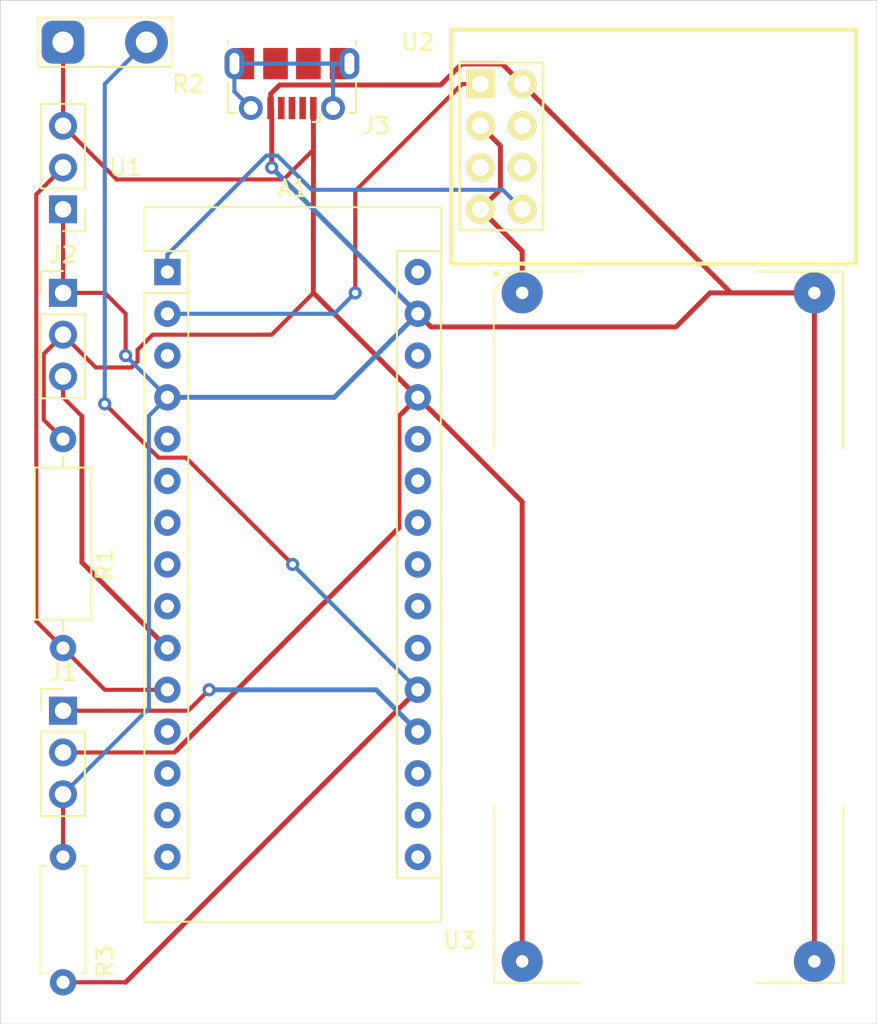
<source format=kicad_pcb>
(kicad_pcb (version 20171130) (host pcbnew "(5.1.5)-3")

  (general
    (thickness 1.6)
    (drawings 4)
    (tracks 126)
    (zones 0)
    (modules 10)
    (nets 38)
  )

  (page A4)
  (layers
    (0 F.Cu signal)
    (31 B.Cu signal)
    (32 B.Adhes user hide)
    (33 F.Adhes user hide)
    (34 B.Paste user hide)
    (35 F.Paste user hide)
    (36 B.SilkS user)
    (37 F.SilkS user)
    (38 B.Mask user)
    (39 F.Mask user)
    (40 Dwgs.User user)
    (41 Cmts.User user)
    (42 Eco1.User user)
    (43 Eco2.User user)
    (44 Edge.Cuts user)
    (45 Margin user)
    (46 B.CrtYd user)
    (47 F.CrtYd user)
    (48 B.Fab user)
    (49 F.Fab user)
  )

  (setup
    (last_trace_width 0.25)
    (user_trace_width 0.3)
    (trace_clearance 0.2)
    (zone_clearance 0.508)
    (zone_45_only no)
    (trace_min 0.2)
    (via_size 0.8)
    (via_drill 0.4)
    (via_min_size 0.4)
    (via_min_drill 0.3)
    (uvia_size 0.3)
    (uvia_drill 0.1)
    (uvias_allowed no)
    (uvia_min_size 0.2)
    (uvia_min_drill 0.1)
    (edge_width 0.05)
    (segment_width 0.2)
    (pcb_text_width 0.3)
    (pcb_text_size 1.5 1.5)
    (mod_edge_width 0.12)
    (mod_text_size 1 1)
    (mod_text_width 0.15)
    (pad_size 1.524 1.524)
    (pad_drill 0.762)
    (pad_to_mask_clearance 0.051)
    (solder_mask_min_width 0.25)
    (aux_axis_origin 0 0)
    (visible_elements 7FFFFFFF)
    (pcbplotparams
      (layerselection 0x010f0_ffffffff)
      (usegerberextensions false)
      (usegerberattributes false)
      (usegerberadvancedattributes false)
      (creategerberjobfile false)
      (excludeedgelayer true)
      (linewidth 0.100000)
      (plotframeref false)
      (viasonmask false)
      (mode 1)
      (useauxorigin false)
      (hpglpennumber 1)
      (hpglpenspeed 20)
      (hpglpendiameter 15.000000)
      (psnegative false)
      (psa4output false)
      (plotreference true)
      (plotvalue true)
      (plotinvisibletext false)
      (padsonsilk false)
      (subtractmaskfromsilk false)
      (outputformat 1)
      (mirror false)
      (drillshape 0)
      (scaleselection 1)
      (outputdirectory "gerbers/"))
  )

  (net 0 "")
  (net 1 D1)
  (net 2 "Net-(A1-Pad17)")
  (net 3 D0)
  (net 4 "Net-(A1-Pad18)")
  (net 5 "Net-(A1-Pad3)")
  (net 6 A0)
  (net 7 GND)
  (net 8 A1)
  (net 9 "Net-(A1-Pad5)")
  (net 10 "Net-(A1-Pad21)")
  (net 11 "Net-(A1-Pad6)")
  (net 12 "Net-(A1-Pad22)")
  (net 13 "Net-(A1-Pad7)")
  (net 14 "Net-(A1-Pad23)")
  (net 15 "Net-(A1-Pad8)")
  (net 16 "Net-(A1-Pad24)")
  (net 17 "Net-(A1-Pad9)")
  (net 18 "Net-(A1-Pad25)")
  (net 19 D7)
  (net 20 "Net-(A1-Pad26)")
  (net 21 D8)
  (net 22 +5V)
  (net 23 "Net-(A1-Pad12)")
  (net 24 "Net-(A1-Pad28)")
  (net 25 "Net-(A1-Pad13)")
  (net 26 "Net-(A1-Pad14)")
  (net 27 "Net-(A1-Pad30)")
  (net 28 "Net-(A1-Pad15)")
  (net 29 "Net-(A1-Pad16)")
  (net 30 "Net-(J3-Pad6)")
  (net 31 "Net-(J3-Pad2)")
  (net 32 "Net-(J3-Pad4)")
  (net 33 "Net-(J3-Pad3)")
  (net 34 +3V3)
  (net 35 "Net-(U2-Pad4)")
  (net 36 "Net-(U2-Pad5)")
  (net 37 "Net-(U2-Pad6)")

  (net_class Default "This is the default net class."
    (clearance 0.2)
    (trace_width 0.25)
    (via_dia 0.8)
    (via_drill 0.4)
    (uvia_dia 0.3)
    (uvia_drill 0.1)
    (add_net +3V3)
    (add_net +5V)
    (add_net A0)
    (add_net A1)
    (add_net D0)
    (add_net D1)
    (add_net D7)
    (add_net D8)
    (add_net GND)
    (add_net "Net-(A1-Pad12)")
    (add_net "Net-(A1-Pad13)")
    (add_net "Net-(A1-Pad14)")
    (add_net "Net-(A1-Pad15)")
    (add_net "Net-(A1-Pad16)")
    (add_net "Net-(A1-Pad17)")
    (add_net "Net-(A1-Pad18)")
    (add_net "Net-(A1-Pad21)")
    (add_net "Net-(A1-Pad22)")
    (add_net "Net-(A1-Pad23)")
    (add_net "Net-(A1-Pad24)")
    (add_net "Net-(A1-Pad25)")
    (add_net "Net-(A1-Pad26)")
    (add_net "Net-(A1-Pad28)")
    (add_net "Net-(A1-Pad3)")
    (add_net "Net-(A1-Pad30)")
    (add_net "Net-(A1-Pad5)")
    (add_net "Net-(A1-Pad6)")
    (add_net "Net-(A1-Pad7)")
    (add_net "Net-(A1-Pad8)")
    (add_net "Net-(A1-Pad9)")
    (add_net "Net-(J3-Pad2)")
    (add_net "Net-(J3-Pad3)")
    (add_net "Net-(J3-Pad4)")
    (add_net "Net-(J3-Pad6)")
    (add_net "Net-(U2-Pad4)")
    (add_net "Net-(U2-Pad5)")
    (add_net "Net-(U2-Pad6)")
  )

  (module Connector_PinHeader_2.54mm:PinHeader_1x03_P2.54mm_Vertical (layer F.Cu) (tedit 59FED5CC) (tstamp 5EB972CE)
    (at 95.25 54.61 180)
    (descr "Through hole straight pin header, 1x03, 2.54mm pitch, single row")
    (tags "Through hole pin header THT 1x03 2.54mm single row")
    (path /5EB91EA2)
    (fp_text reference U1 (at -3.81 2.54) (layer F.SilkS)
      (effects (font (size 1 1) (thickness 0.15)))
    )
    (fp_text value DS18B20 (at 2.54 3.81 90) (layer F.Fab)
      (effects (font (size 1 1) (thickness 0.15)))
    )
    (fp_text user %R (at 0 2.54 90) (layer F.Fab)
      (effects (font (size 1 1) (thickness 0.15)))
    )
    (fp_line (start 1.8 -1.8) (end -1.8 -1.8) (layer F.CrtYd) (width 0.05))
    (fp_line (start 1.8 6.85) (end 1.8 -1.8) (layer F.CrtYd) (width 0.05))
    (fp_line (start -1.8 6.85) (end 1.8 6.85) (layer F.CrtYd) (width 0.05))
    (fp_line (start -1.8 -1.8) (end -1.8 6.85) (layer F.CrtYd) (width 0.05))
    (fp_line (start -1.33 -1.33) (end 0 -1.33) (layer F.SilkS) (width 0.12))
    (fp_line (start -1.33 0) (end -1.33 -1.33) (layer F.SilkS) (width 0.12))
    (fp_line (start -1.33 1.27) (end 1.33 1.27) (layer F.SilkS) (width 0.12))
    (fp_line (start 1.33 1.27) (end 1.33 6.41) (layer F.SilkS) (width 0.12))
    (fp_line (start -1.33 1.27) (end -1.33 6.41) (layer F.SilkS) (width 0.12))
    (fp_line (start -1.33 6.41) (end 1.33 6.41) (layer F.SilkS) (width 0.12))
    (fp_line (start -1.27 -0.635) (end -0.635 -1.27) (layer F.Fab) (width 0.1))
    (fp_line (start -1.27 6.35) (end -1.27 -0.635) (layer F.Fab) (width 0.1))
    (fp_line (start 1.27 6.35) (end -1.27 6.35) (layer F.Fab) (width 0.1))
    (fp_line (start 1.27 -1.27) (end 1.27 6.35) (layer F.Fab) (width 0.1))
    (fp_line (start -0.635 -1.27) (end 1.27 -1.27) (layer F.Fab) (width 0.1))
    (pad 3 thru_hole oval (at 0 5.08 180) (size 1.7 1.7) (drill 1) (layers *.Cu *.Mask)
      (net 22 +5V))
    (pad 2 thru_hole oval (at 0 2.54 180) (size 1.7 1.7) (drill 1) (layers *.Cu *.Mask)
      (net 21 D8))
    (pad 1 thru_hole rect (at 0 0 180) (size 1.7 1.7) (drill 1) (layers *.Cu *.Mask)
      (net 7 GND))
    (model ${KISYS3DMOD}/Connector_PinHeader_2.54mm.3dshapes/PinHeader_1x03_P2.54mm_Vertical.wrl
      (at (xyz 0 0 0))
      (scale (xyz 1 1 1))
      (rotate (xyz 0 0 0))
    )
  )

  (module Resistor_THT:R_Axial_DIN0309_L9.0mm_D3.2mm_P12.70mm_Horizontal (layer F.Cu) (tedit 5AE5139B) (tstamp 5EB97295)
    (at 95.25 68.58 270)
    (descr "Resistor, Axial_DIN0309 series, Axial, Horizontal, pin pitch=12.7mm, 0.5W = 1/2W, length*diameter=9*3.2mm^2, http://cdn-reichelt.de/documents/datenblatt/B400/1_4W%23YAG.pdf")
    (tags "Resistor Axial_DIN0309 series Axial Horizontal pin pitch 12.7mm 0.5W = 1/2W length 9mm diameter 3.2mm")
    (path /5EB98485)
    (fp_text reference R1 (at 7.62 -2.54 90) (layer F.SilkS)
      (effects (font (size 1 1) (thickness 0.15)))
    )
    (fp_text value 4.7k (at 3.81 -2.54 90) (layer F.Fab)
      (effects (font (size 1 1) (thickness 0.15)))
    )
    (fp_text user %R (at 6.35 0 90) (layer F.Fab)
      (effects (font (size 1 1) (thickness 0.15)))
    )
    (fp_line (start 13.75 -1.85) (end -1.05 -1.85) (layer F.CrtYd) (width 0.05))
    (fp_line (start 13.75 1.85) (end 13.75 -1.85) (layer F.CrtYd) (width 0.05))
    (fp_line (start -1.05 1.85) (end 13.75 1.85) (layer F.CrtYd) (width 0.05))
    (fp_line (start -1.05 -1.85) (end -1.05 1.85) (layer F.CrtYd) (width 0.05))
    (fp_line (start 11.66 0) (end 10.97 0) (layer F.SilkS) (width 0.12))
    (fp_line (start 1.04 0) (end 1.73 0) (layer F.SilkS) (width 0.12))
    (fp_line (start 10.97 -1.72) (end 1.73 -1.72) (layer F.SilkS) (width 0.12))
    (fp_line (start 10.97 1.72) (end 10.97 -1.72) (layer F.SilkS) (width 0.12))
    (fp_line (start 1.73 1.72) (end 10.97 1.72) (layer F.SilkS) (width 0.12))
    (fp_line (start 1.73 -1.72) (end 1.73 1.72) (layer F.SilkS) (width 0.12))
    (fp_line (start 12.7 0) (end 10.85 0) (layer F.Fab) (width 0.1))
    (fp_line (start 0 0) (end 1.85 0) (layer F.Fab) (width 0.1))
    (fp_line (start 10.85 -1.6) (end 1.85 -1.6) (layer F.Fab) (width 0.1))
    (fp_line (start 10.85 1.6) (end 10.85 -1.6) (layer F.Fab) (width 0.1))
    (fp_line (start 1.85 1.6) (end 10.85 1.6) (layer F.Fab) (width 0.1))
    (fp_line (start 1.85 -1.6) (end 1.85 1.6) (layer F.Fab) (width 0.1))
    (pad 2 thru_hole oval (at 12.7 0 270) (size 1.6 1.6) (drill 0.8) (layers *.Cu *.Mask)
      (net 21 D8))
    (pad 1 thru_hole circle (at 0 0 270) (size 1.6 1.6) (drill 0.8) (layers *.Cu *.Mask)
      (net 22 +5V))
    (model ${KISYS3DMOD}/Resistor_THT.3dshapes/R_Axial_DIN0309_L9.0mm_D3.2mm_P12.70mm_Horizontal.wrl
      (at (xyz 0 0 0))
      (scale (xyz 1 1 1))
      (rotate (xyz 0 0 0))
    )
  )

  (module Module:Arduino_Nano (layer F.Cu) (tedit 58ACAF70) (tstamp 5EB97227)
    (at 101.6 58.42)
    (descr "Arduino Nano, http://www.mouser.com/pdfdocs/Gravitech_Arduino_Nano3_0.pdf")
    (tags "Arduino Nano")
    (path /5EB82F4D)
    (fp_text reference A1 (at 7.62 -5.08) (layer F.SilkS)
      (effects (font (size 1 1) (thickness 0.15)))
    )
    (fp_text value Arduino_Nano_v3.x (at 8.89 19.05 90) (layer F.Fab)
      (effects (font (size 1 1) (thickness 0.15)))
    )
    (fp_text user %R (at 6.35 19.05 90) (layer F.Fab)
      (effects (font (size 1 1) (thickness 0.15)))
    )
    (fp_line (start 1.27 1.27) (end 1.27 -1.27) (layer F.SilkS) (width 0.12))
    (fp_line (start 1.27 -1.27) (end -1.4 -1.27) (layer F.SilkS) (width 0.12))
    (fp_line (start -1.4 1.27) (end -1.4 39.5) (layer F.SilkS) (width 0.12))
    (fp_line (start -1.4 -3.94) (end -1.4 -1.27) (layer F.SilkS) (width 0.12))
    (fp_line (start 13.97 -1.27) (end 16.64 -1.27) (layer F.SilkS) (width 0.12))
    (fp_line (start 13.97 -1.27) (end 13.97 36.83) (layer F.SilkS) (width 0.12))
    (fp_line (start 13.97 36.83) (end 16.64 36.83) (layer F.SilkS) (width 0.12))
    (fp_line (start 1.27 1.27) (end -1.4 1.27) (layer F.SilkS) (width 0.12))
    (fp_line (start 1.27 1.27) (end 1.27 36.83) (layer F.SilkS) (width 0.12))
    (fp_line (start 1.27 36.83) (end -1.4 36.83) (layer F.SilkS) (width 0.12))
    (fp_line (start 3.81 31.75) (end 11.43 31.75) (layer F.Fab) (width 0.1))
    (fp_line (start 11.43 31.75) (end 11.43 41.91) (layer F.Fab) (width 0.1))
    (fp_line (start 11.43 41.91) (end 3.81 41.91) (layer F.Fab) (width 0.1))
    (fp_line (start 3.81 41.91) (end 3.81 31.75) (layer F.Fab) (width 0.1))
    (fp_line (start -1.4 39.5) (end 16.64 39.5) (layer F.SilkS) (width 0.12))
    (fp_line (start 16.64 39.5) (end 16.64 -3.94) (layer F.SilkS) (width 0.12))
    (fp_line (start 16.64 -3.94) (end -1.4 -3.94) (layer F.SilkS) (width 0.12))
    (fp_line (start 16.51 39.37) (end -1.27 39.37) (layer F.Fab) (width 0.1))
    (fp_line (start -1.27 39.37) (end -1.27 -2.54) (layer F.Fab) (width 0.1))
    (fp_line (start -1.27 -2.54) (end 0 -3.81) (layer F.Fab) (width 0.1))
    (fp_line (start 0 -3.81) (end 16.51 -3.81) (layer F.Fab) (width 0.1))
    (fp_line (start 16.51 -3.81) (end 16.51 39.37) (layer F.Fab) (width 0.1))
    (fp_line (start -1.53 -4.06) (end 16.75 -4.06) (layer F.CrtYd) (width 0.05))
    (fp_line (start -1.53 -4.06) (end -1.53 42.16) (layer F.CrtYd) (width 0.05))
    (fp_line (start 16.75 42.16) (end 16.75 -4.06) (layer F.CrtYd) (width 0.05))
    (fp_line (start 16.75 42.16) (end -1.53 42.16) (layer F.CrtYd) (width 0.05))
    (pad 1 thru_hole rect (at 0 0) (size 1.6 1.6) (drill 0.8) (layers *.Cu *.Mask)
      (net 1 D1))
    (pad 17 thru_hole oval (at 15.24 33.02) (size 1.6 1.6) (drill 0.8) (layers *.Cu *.Mask)
      (net 2 "Net-(A1-Pad17)"))
    (pad 2 thru_hole oval (at 0 2.54) (size 1.6 1.6) (drill 0.8) (layers *.Cu *.Mask)
      (net 3 D0))
    (pad 18 thru_hole oval (at 15.24 30.48) (size 1.6 1.6) (drill 0.8) (layers *.Cu *.Mask)
      (net 4 "Net-(A1-Pad18)"))
    (pad 3 thru_hole oval (at 0 5.08) (size 1.6 1.6) (drill 0.8) (layers *.Cu *.Mask)
      (net 5 "Net-(A1-Pad3)"))
    (pad 19 thru_hole oval (at 15.24 27.94) (size 1.6 1.6) (drill 0.8) (layers *.Cu *.Mask)
      (net 6 A0))
    (pad 4 thru_hole oval (at 0 7.62) (size 1.6 1.6) (drill 0.8) (layers *.Cu *.Mask)
      (net 7 GND))
    (pad 20 thru_hole oval (at 15.24 25.4) (size 1.6 1.6) (drill 0.8) (layers *.Cu *.Mask)
      (net 8 A1))
    (pad 5 thru_hole oval (at 0 10.16) (size 1.6 1.6) (drill 0.8) (layers *.Cu *.Mask)
      (net 9 "Net-(A1-Pad5)"))
    (pad 21 thru_hole oval (at 15.24 22.86) (size 1.6 1.6) (drill 0.8) (layers *.Cu *.Mask)
      (net 10 "Net-(A1-Pad21)"))
    (pad 6 thru_hole oval (at 0 12.7) (size 1.6 1.6) (drill 0.8) (layers *.Cu *.Mask)
      (net 11 "Net-(A1-Pad6)"))
    (pad 22 thru_hole oval (at 15.24 20.32) (size 1.6 1.6) (drill 0.8) (layers *.Cu *.Mask)
      (net 12 "Net-(A1-Pad22)"))
    (pad 7 thru_hole oval (at 0 15.24) (size 1.6 1.6) (drill 0.8) (layers *.Cu *.Mask)
      (net 13 "Net-(A1-Pad7)"))
    (pad 23 thru_hole oval (at 15.24 17.78) (size 1.6 1.6) (drill 0.8) (layers *.Cu *.Mask)
      (net 14 "Net-(A1-Pad23)"))
    (pad 8 thru_hole oval (at 0 17.78) (size 1.6 1.6) (drill 0.8) (layers *.Cu *.Mask)
      (net 15 "Net-(A1-Pad8)"))
    (pad 24 thru_hole oval (at 15.24 15.24) (size 1.6 1.6) (drill 0.8) (layers *.Cu *.Mask)
      (net 16 "Net-(A1-Pad24)"))
    (pad 9 thru_hole oval (at 0 20.32) (size 1.6 1.6) (drill 0.8) (layers *.Cu *.Mask)
      (net 17 "Net-(A1-Pad9)"))
    (pad 25 thru_hole oval (at 15.24 12.7) (size 1.6 1.6) (drill 0.8) (layers *.Cu *.Mask)
      (net 18 "Net-(A1-Pad25)"))
    (pad 10 thru_hole oval (at 0 22.86) (size 1.6 1.6) (drill 0.8) (layers *.Cu *.Mask)
      (net 19 D7))
    (pad 26 thru_hole oval (at 15.24 10.16) (size 1.6 1.6) (drill 0.8) (layers *.Cu *.Mask)
      (net 20 "Net-(A1-Pad26)"))
    (pad 11 thru_hole oval (at 0 25.4) (size 1.6 1.6) (drill 0.8) (layers *.Cu *.Mask)
      (net 21 D8))
    (pad 27 thru_hole oval (at 15.24 7.62) (size 1.6 1.6) (drill 0.8) (layers *.Cu *.Mask)
      (net 22 +5V))
    (pad 12 thru_hole oval (at 0 27.94) (size 1.6 1.6) (drill 0.8) (layers *.Cu *.Mask)
      (net 23 "Net-(A1-Pad12)"))
    (pad 28 thru_hole oval (at 15.24 5.08) (size 1.6 1.6) (drill 0.8) (layers *.Cu *.Mask)
      (net 24 "Net-(A1-Pad28)"))
    (pad 13 thru_hole oval (at 0 30.48) (size 1.6 1.6) (drill 0.8) (layers *.Cu *.Mask)
      (net 25 "Net-(A1-Pad13)"))
    (pad 29 thru_hole oval (at 15.24 2.54) (size 1.6 1.6) (drill 0.8) (layers *.Cu *.Mask)
      (net 7 GND))
    (pad 14 thru_hole oval (at 0 33.02) (size 1.6 1.6) (drill 0.8) (layers *.Cu *.Mask)
      (net 26 "Net-(A1-Pad14)"))
    (pad 30 thru_hole oval (at 15.24 0) (size 1.6 1.6) (drill 0.8) (layers *.Cu *.Mask)
      (net 27 "Net-(A1-Pad30)"))
    (pad 15 thru_hole oval (at 0 35.56) (size 1.6 1.6) (drill 0.8) (layers *.Cu *.Mask)
      (net 28 "Net-(A1-Pad15)"))
    (pad 16 thru_hole oval (at 15.24 35.56) (size 1.6 1.6) (drill 0.8) (layers *.Cu *.Mask)
      (net 29 "Net-(A1-Pad16)"))
    (model ${KISYS3DMOD}/Module.3dshapes/Arduino_Nano_WithMountingHoles.wrl
      (at (xyz 0 0 0))
      (scale (xyz 1 1 1))
      (rotate (xyz 0 0 0))
    )
  )

  (module Connector_PinHeader_2.54mm:PinHeader_1x03_P2.54mm_Vertical (layer F.Cu) (tedit 59FED5CC) (tstamp 5EB9723E)
    (at 95.25 85.09)
    (descr "Through hole straight pin header, 1x03, 2.54mm pitch, single row")
    (tags "Through hole pin header THT 1x03 2.54mm single row")
    (path /5EBE9631)
    (fp_text reference J1 (at 0 -2.33) (layer F.SilkS)
      (effects (font (size 1 1) (thickness 0.15)))
    )
    (fp_text value "Soil Moisture" (at 2.54 2.54 90) (layer F.Fab)
      (effects (font (size 1 1) (thickness 0.15)))
    )
    (fp_line (start -0.635 -1.27) (end 1.27 -1.27) (layer F.Fab) (width 0.1))
    (fp_line (start 1.27 -1.27) (end 1.27 6.35) (layer F.Fab) (width 0.1))
    (fp_line (start 1.27 6.35) (end -1.27 6.35) (layer F.Fab) (width 0.1))
    (fp_line (start -1.27 6.35) (end -1.27 -0.635) (layer F.Fab) (width 0.1))
    (fp_line (start -1.27 -0.635) (end -0.635 -1.27) (layer F.Fab) (width 0.1))
    (fp_line (start -1.33 6.41) (end 1.33 6.41) (layer F.SilkS) (width 0.12))
    (fp_line (start -1.33 1.27) (end -1.33 6.41) (layer F.SilkS) (width 0.12))
    (fp_line (start 1.33 1.27) (end 1.33 6.41) (layer F.SilkS) (width 0.12))
    (fp_line (start -1.33 1.27) (end 1.33 1.27) (layer F.SilkS) (width 0.12))
    (fp_line (start -1.33 0) (end -1.33 -1.33) (layer F.SilkS) (width 0.12))
    (fp_line (start -1.33 -1.33) (end 0 -1.33) (layer F.SilkS) (width 0.12))
    (fp_line (start -1.8 -1.8) (end -1.8 6.85) (layer F.CrtYd) (width 0.05))
    (fp_line (start -1.8 6.85) (end 1.8 6.85) (layer F.CrtYd) (width 0.05))
    (fp_line (start 1.8 6.85) (end 1.8 -1.8) (layer F.CrtYd) (width 0.05))
    (fp_line (start 1.8 -1.8) (end -1.8 -1.8) (layer F.CrtYd) (width 0.05))
    (fp_text user %R (at 0 2.54 90) (layer F.Fab)
      (effects (font (size 1 1) (thickness 0.15)))
    )
    (pad 1 thru_hole rect (at 0 0) (size 1.7 1.7) (drill 1) (layers *.Cu *.Mask)
      (net 6 A0))
    (pad 2 thru_hole oval (at 0 2.54) (size 1.7 1.7) (drill 1) (layers *.Cu *.Mask)
      (net 22 +5V))
    (pad 3 thru_hole oval (at 0 5.08) (size 1.7 1.7) (drill 1) (layers *.Cu *.Mask)
      (net 7 GND))
    (model ${KISYS3DMOD}/Connector_PinHeader_2.54mm.3dshapes/PinHeader_1x03_P2.54mm_Vertical.wrl
      (at (xyz 0 0 0))
      (scale (xyz 1 1 1))
      (rotate (xyz 0 0 0))
    )
  )

  (module Connector_PinHeader_2.54mm:PinHeader_1x03_P2.54mm_Vertical (layer F.Cu) (tedit 59FED5CC) (tstamp 5EB97255)
    (at 95.25 59.69)
    (descr "Through hole straight pin header, 1x03, 2.54mm pitch, single row")
    (tags "Through hole pin header THT 1x03 2.54mm single row")
    (path /5EB91891)
    (fp_text reference J2 (at 0 -2.33) (layer F.SilkS)
      (effects (font (size 1 1) (thickness 0.15)))
    )
    (fp_text value DHT (at 0 7.41) (layer F.Fab)
      (effects (font (size 1 1) (thickness 0.15)))
    )
    (fp_text user %R (at 0 2.54 90) (layer F.Fab)
      (effects (font (size 1 1) (thickness 0.15)))
    )
    (fp_line (start 1.8 -1.8) (end -1.8 -1.8) (layer F.CrtYd) (width 0.05))
    (fp_line (start 1.8 6.85) (end 1.8 -1.8) (layer F.CrtYd) (width 0.05))
    (fp_line (start -1.8 6.85) (end 1.8 6.85) (layer F.CrtYd) (width 0.05))
    (fp_line (start -1.8 -1.8) (end -1.8 6.85) (layer F.CrtYd) (width 0.05))
    (fp_line (start -1.33 -1.33) (end 0 -1.33) (layer F.SilkS) (width 0.12))
    (fp_line (start -1.33 0) (end -1.33 -1.33) (layer F.SilkS) (width 0.12))
    (fp_line (start -1.33 1.27) (end 1.33 1.27) (layer F.SilkS) (width 0.12))
    (fp_line (start 1.33 1.27) (end 1.33 6.41) (layer F.SilkS) (width 0.12))
    (fp_line (start -1.33 1.27) (end -1.33 6.41) (layer F.SilkS) (width 0.12))
    (fp_line (start -1.33 6.41) (end 1.33 6.41) (layer F.SilkS) (width 0.12))
    (fp_line (start -1.27 -0.635) (end -0.635 -1.27) (layer F.Fab) (width 0.1))
    (fp_line (start -1.27 6.35) (end -1.27 -0.635) (layer F.Fab) (width 0.1))
    (fp_line (start 1.27 6.35) (end -1.27 6.35) (layer F.Fab) (width 0.1))
    (fp_line (start 1.27 -1.27) (end 1.27 6.35) (layer F.Fab) (width 0.1))
    (fp_line (start -0.635 -1.27) (end 1.27 -1.27) (layer F.Fab) (width 0.1))
    (pad 3 thru_hole oval (at 0 5.08) (size 1.7 1.7) (drill 1) (layers *.Cu *.Mask)
      (net 19 D7))
    (pad 2 thru_hole oval (at 0 2.54) (size 1.7 1.7) (drill 1) (layers *.Cu *.Mask)
      (net 22 +5V))
    (pad 1 thru_hole rect (at 0 0) (size 1.7 1.7) (drill 1) (layers *.Cu *.Mask)
      (net 7 GND))
    (model ${KISYS3DMOD}/Connector_PinHeader_2.54mm.3dshapes/PinHeader_1x03_P2.54mm_Vertical.wrl
      (at (xyz 0 0 0))
      (scale (xyz 1 1 1))
      (rotate (xyz 0 0 0))
    )
  )

  (module Connector_USB:USB_Micro-B_Molex-105017-0001 (layer F.Cu) (tedit 5A1DC0BE) (tstamp 5EB9727E)
    (at 109.18 46.99 180)
    (descr http://www.molex.com/pdm_docs/sd/1050170001_sd.pdf)
    (tags "Micro-USB SMD Typ-B")
    (path /5EBA5954)
    (attr smd)
    (fp_text reference J3 (at -5.12 -2.54) (layer F.SilkS)
      (effects (font (size 1 1) (thickness 0.15)))
    )
    (fp_text value USB_B_Micro (at -0.04 -3.81) (layer F.Fab)
      (effects (font (size 1 1) (thickness 0.15)))
    )
    (fp_text user "PCB Edge" (at 0 2.6875) (layer Dwgs.User)
      (effects (font (size 0.5 0.5) (thickness 0.08)))
    )
    (fp_text user %R (at 0 0.8875) (layer F.Fab)
      (effects (font (size 1 1) (thickness 0.15)))
    )
    (fp_line (start -4.4 3.64) (end 4.4 3.64) (layer F.CrtYd) (width 0.05))
    (fp_line (start 4.4 -2.46) (end 4.4 3.64) (layer F.CrtYd) (width 0.05))
    (fp_line (start -4.4 -2.46) (end 4.4 -2.46) (layer F.CrtYd) (width 0.05))
    (fp_line (start -4.4 3.64) (end -4.4 -2.46) (layer F.CrtYd) (width 0.05))
    (fp_line (start -3.9 -1.7625) (end -3.45 -1.7625) (layer F.SilkS) (width 0.12))
    (fp_line (start -3.9 0.0875) (end -3.9 -1.7625) (layer F.SilkS) (width 0.12))
    (fp_line (start 3.9 2.6375) (end 3.9 2.3875) (layer F.SilkS) (width 0.12))
    (fp_line (start 3.75 3.3875) (end 3.75 -1.6125) (layer F.Fab) (width 0.1))
    (fp_line (start -3 2.689204) (end 3 2.689204) (layer F.Fab) (width 0.1))
    (fp_line (start -3.75 3.389204) (end 3.75 3.389204) (layer F.Fab) (width 0.1))
    (fp_line (start -3.75 -1.6125) (end 3.75 -1.6125) (layer F.Fab) (width 0.1))
    (fp_line (start -3.75 3.3875) (end -3.75 -1.6125) (layer F.Fab) (width 0.1))
    (fp_line (start -3.9 2.6375) (end -3.9 2.3875) (layer F.SilkS) (width 0.12))
    (fp_line (start 3.9 0.0875) (end 3.9 -1.7625) (layer F.SilkS) (width 0.12))
    (fp_line (start 3.9 -1.7625) (end 3.45 -1.7625) (layer F.SilkS) (width 0.12))
    (fp_line (start -1.7 -2.3125) (end -1.25 -2.3125) (layer F.SilkS) (width 0.12))
    (fp_line (start -1.7 -2.3125) (end -1.7 -1.8625) (layer F.SilkS) (width 0.12))
    (fp_line (start -1.3 -1.7125) (end -1.5 -1.9125) (layer F.Fab) (width 0.1))
    (fp_line (start -1.1 -1.9125) (end -1.3 -1.7125) (layer F.Fab) (width 0.1))
    (fp_line (start -1.5 -2.1225) (end -1.1 -2.1225) (layer F.Fab) (width 0.1))
    (fp_line (start -1.5 -2.1225) (end -1.5 -1.9125) (layer F.Fab) (width 0.1))
    (fp_line (start -1.1 -2.1225) (end -1.1 -1.9125) (layer F.Fab) (width 0.1))
    (pad 6 smd rect (at 1 1.2375 180) (size 1.5 1.9) (layers F.Cu F.Paste F.Mask)
      (net 30 "Net-(J3-Pad6)"))
    (pad 6 thru_hole circle (at -2.5 -1.4625 180) (size 1.45 1.45) (drill 0.85) (layers *.Cu *.Mask)
      (net 30 "Net-(J3-Pad6)"))
    (pad 2 smd rect (at -0.65 -1.4625 180) (size 0.4 1.35) (layers F.Cu F.Paste F.Mask)
      (net 31 "Net-(J3-Pad2)"))
    (pad 1 smd rect (at -1.3 -1.4625 180) (size 0.4 1.35) (layers F.Cu F.Paste F.Mask)
      (net 22 +5V))
    (pad 5 smd rect (at 1.3 -1.4625 180) (size 0.4 1.35) (layers F.Cu F.Paste F.Mask)
      (net 7 GND))
    (pad 4 smd rect (at 0.65 -1.4625 180) (size 0.4 1.35) (layers F.Cu F.Paste F.Mask)
      (net 32 "Net-(J3-Pad4)"))
    (pad 3 smd rect (at 0 -1.4625 180) (size 0.4 1.35) (layers F.Cu F.Paste F.Mask)
      (net 33 "Net-(J3-Pad3)"))
    (pad 6 thru_hole circle (at 2.5 -1.4625 180) (size 1.45 1.45) (drill 0.85) (layers *.Cu *.Mask)
      (net 30 "Net-(J3-Pad6)"))
    (pad 6 smd rect (at -1 1.2375 180) (size 1.5 1.9) (layers F.Cu F.Paste F.Mask)
      (net 30 "Net-(J3-Pad6)"))
    (pad 6 thru_hole oval (at -3.5 1.2375) (size 1.2 1.9) (drill oval 0.6 1.3) (layers *.Cu *.Mask)
      (net 30 "Net-(J3-Pad6)"))
    (pad 6 thru_hole oval (at 3.5 1.2375 180) (size 1.2 1.9) (drill oval 0.6 1.3) (layers *.Cu *.Mask)
      (net 30 "Net-(J3-Pad6)"))
    (pad 6 smd rect (at 2.9 1.2375 180) (size 1.2 1.9) (layers F.Cu F.Mask)
      (net 30 "Net-(J3-Pad6)"))
    (pad 6 smd rect (at -2.9 1.2375 180) (size 1.2 1.9) (layers F.Cu F.Mask)
      (net 30 "Net-(J3-Pad6)"))
    (model ${KISYS3DMOD}/Connector_USB.3dshapes/USB_Micro-B_Molex-105017-0001.wrl
      (at (xyz 0 0 0))
      (scale (xyz 1 1 1))
      (rotate (xyz 0 0 0))
    )
  )

  (module TestPoint:TestPoint_2Pads_Pitch5.08mm_Drill1.3mm (layer F.Cu) (tedit 5BD71EB4) (tstamp 5EB972A5)
    (at 95.25 44.45)
    (descr "Test point with 2 pads, pitch 5.08mm, hole diameter 1.3mm, wire diameter 1.0mm")
    (tags "CONN DEV")
    (path /5EBB1E01)
    (attr virtual)
    (fp_text reference R2 (at 7.62 2.54) (layer F.SilkS)
      (effects (font (size 1 1) (thickness 0.15)))
    )
    (fp_text value R_PHOTO (at 2.54 3) (layer F.Fab)
      (effects (font (size 1 1) (thickness 0.15)))
    )
    (fp_text user %R (at 2.54 0) (layer F.Fab)
      (effects (font (size 1 1) (thickness 0.15)))
    )
    (fp_line (start 6.88 1.8) (end -1.8 1.8) (layer F.CrtYd) (width 0.05))
    (fp_line (start 6.88 1.8) (end 6.88 -1.8) (layer F.CrtYd) (width 0.05))
    (fp_line (start -1.8 -1.8) (end -1.8 1.8) (layer F.CrtYd) (width 0.05))
    (fp_line (start -1.8 -1.8) (end 6.88 -1.8) (layer F.CrtYd) (width 0.05))
    (fp_line (start 5.08 0) (end 0 0) (layer F.Fab) (width 0.1))
    (fp_line (start -1.5 -1.5) (end -1.5 1.5) (layer F.SilkS) (width 0.12))
    (fp_line (start 6.6 1.5) (end 6.6 -1.5) (layer F.SilkS) (width 0.12))
    (fp_line (start -1.5 -1.5) (end 6.6 -1.5) (layer F.SilkS) (width 0.12))
    (fp_line (start 6.6 1.5) (end -1.5 1.5) (layer F.SilkS) (width 0.12))
    (pad 1 thru_hole roundrect (at 0 0) (size 2.6 2.6) (drill 1.3) (layers *.Cu *.Mask) (roundrect_rratio 0.25)
      (net 22 +5V))
    (pad 2 thru_hole circle (at 5.08 0) (size 2.6 2.6) (drill 1.3) (layers *.Cu *.Mask)
      (net 8 A1))
  )

  (module Resistor_THT:R_Axial_DIN0207_L6.3mm_D2.5mm_P7.62mm_Horizontal (layer F.Cu) (tedit 5AE5139B) (tstamp 5EB972BC)
    (at 95.25 101.6 90)
    (descr "Resistor, Axial_DIN0207 series, Axial, Horizontal, pin pitch=7.62mm, 0.25W = 1/4W, length*diameter=6.3*2.5mm^2, http://cdn-reichelt.de/documents/datenblatt/B400/1_4W%23YAG.pdf")
    (tags "Resistor Axial_DIN0207 series Axial Horizontal pin pitch 7.62mm 0.25W = 1/4W length 6.3mm diameter 2.5mm")
    (path /5EBB7BB4)
    (fp_text reference R3 (at 1.27 2.54 90) (layer F.SilkS)
      (effects (font (size 1 1) (thickness 0.15)))
    )
    (fp_text value 220 (at 5.08 2.54 90) (layer F.Fab)
      (effects (font (size 1 1) (thickness 0.15)))
    )
    (fp_text user %R (at 3.81 0 90) (layer F.Fab)
      (effects (font (size 1 1) (thickness 0.15)))
    )
    (fp_line (start 8.67 -1.5) (end -1.05 -1.5) (layer F.CrtYd) (width 0.05))
    (fp_line (start 8.67 1.5) (end 8.67 -1.5) (layer F.CrtYd) (width 0.05))
    (fp_line (start -1.05 1.5) (end 8.67 1.5) (layer F.CrtYd) (width 0.05))
    (fp_line (start -1.05 -1.5) (end -1.05 1.5) (layer F.CrtYd) (width 0.05))
    (fp_line (start 7.08 1.37) (end 7.08 1.04) (layer F.SilkS) (width 0.12))
    (fp_line (start 0.54 1.37) (end 7.08 1.37) (layer F.SilkS) (width 0.12))
    (fp_line (start 0.54 1.04) (end 0.54 1.37) (layer F.SilkS) (width 0.12))
    (fp_line (start 7.08 -1.37) (end 7.08 -1.04) (layer F.SilkS) (width 0.12))
    (fp_line (start 0.54 -1.37) (end 7.08 -1.37) (layer F.SilkS) (width 0.12))
    (fp_line (start 0.54 -1.04) (end 0.54 -1.37) (layer F.SilkS) (width 0.12))
    (fp_line (start 7.62 0) (end 6.96 0) (layer F.Fab) (width 0.1))
    (fp_line (start 0 0) (end 0.66 0) (layer F.Fab) (width 0.1))
    (fp_line (start 6.96 -1.25) (end 0.66 -1.25) (layer F.Fab) (width 0.1))
    (fp_line (start 6.96 1.25) (end 6.96 -1.25) (layer F.Fab) (width 0.1))
    (fp_line (start 0.66 1.25) (end 6.96 1.25) (layer F.Fab) (width 0.1))
    (fp_line (start 0.66 -1.25) (end 0.66 1.25) (layer F.Fab) (width 0.1))
    (pad 2 thru_hole oval (at 7.62 0 90) (size 1.6 1.6) (drill 0.8) (layers *.Cu *.Mask)
      (net 7 GND))
    (pad 1 thru_hole circle (at 0 0 90) (size 1.6 1.6) (drill 0.8) (layers *.Cu *.Mask)
      (net 8 A1))
    (model ${KISYS3DMOD}/Resistor_THT.3dshapes/R_Axial_DIN0207_L6.3mm_D2.5mm_P7.62mm_Horizontal.wrl
      (at (xyz 0 0 0))
      (scale (xyz 1 1 1))
      (rotate (xyz 0 0 0))
    )
  )

  (module ESP8266:ESP-01 (layer F.Cu) (tedit 577EF889) (tstamp 5EB972EC)
    (at 120.65 46.99)
    (descr "Module, ESP-8266, ESP-01, 8 pin")
    (tags "Module ESP-8266 ESP8266")
    (path /5EB84DBD)
    (fp_text reference U2 (at -3.81 -2.54) (layer F.SilkS)
      (effects (font (size 1 1) (thickness 0.15)))
    )
    (fp_text value ESP-01v090 (at 12.192 3.556) (layer F.Fab)
      (effects (font (size 1 1) (thickness 0.15)))
    )
    (fp_line (start -1.778 -3.302) (end 22.86 -3.302) (layer F.SilkS) (width 0.254))
    (fp_line (start 22.86 -3.302) (end 22.86 10.922) (layer F.SilkS) (width 0.254))
    (fp_line (start 22.86 10.922) (end -1.778 10.922) (layer F.SilkS) (width 0.254))
    (fp_line (start -1.778 10.922) (end -1.778 -3.302) (layer F.SilkS) (width 0.254))
    (fp_line (start -1.778 -3.302) (end 22.86 -3.302) (layer F.Fab) (width 0.05))
    (fp_line (start 22.86 -3.302) (end 22.86 10.922) (layer F.Fab) (width 0.05))
    (fp_line (start 22.86 10.922) (end -1.778 10.922) (layer F.Fab) (width 0.05))
    (fp_line (start -1.778 10.922) (end -1.778 -3.302) (layer F.Fab) (width 0.05))
    (fp_line (start 1.27 -1.27) (end -1.27 -1.27) (layer F.SilkS) (width 0.1524))
    (fp_line (start -1.27 -1.27) (end -1.27 1.27) (layer F.SilkS) (width 0.1524))
    (fp_line (start -1.75 -1.75) (end -1.75 9.4) (layer F.CrtYd) (width 0.05))
    (fp_line (start 4.3 -1.75) (end 4.3 9.4) (layer F.CrtYd) (width 0.05))
    (fp_line (start -1.75 -1.75) (end 4.3 -1.75) (layer F.CrtYd) (width 0.05))
    (fp_line (start -1.75 9.4) (end 4.3 9.4) (layer F.CrtYd) (width 0.05))
    (fp_line (start -1.27 1.27) (end -1.27 8.89) (layer F.SilkS) (width 0.1524))
    (fp_line (start -1.27 8.89) (end 3.81 8.89) (layer F.SilkS) (width 0.1524))
    (fp_line (start 3.81 8.89) (end 3.81 -1.27) (layer F.SilkS) (width 0.1524))
    (fp_line (start 3.81 -1.27) (end 1.27 -1.27) (layer F.SilkS) (width 0.1524))
    (pad 1 thru_hole rect (at 0 0) (size 1.7272 1.7272) (drill 1.016) (layers *.Cu *.Mask F.SilkS)
      (net 3 D0))
    (pad 2 thru_hole oval (at 2.54 0) (size 1.7272 1.7272) (drill 1.016) (layers *.Cu *.Mask F.SilkS)
      (net 7 GND))
    (pad 3 thru_hole oval (at 0 2.54) (size 1.7272 1.7272) (drill 1.016) (layers *.Cu *.Mask F.SilkS)
      (net 34 +3V3))
    (pad 4 thru_hole oval (at 2.54 2.54) (size 1.7272 1.7272) (drill 1.016) (layers *.Cu *.Mask F.SilkS)
      (net 35 "Net-(U2-Pad4)"))
    (pad 5 thru_hole oval (at 0 5.08) (size 1.7272 1.7272) (drill 1.016) (layers *.Cu *.Mask F.SilkS)
      (net 36 "Net-(U2-Pad5)"))
    (pad 6 thru_hole oval (at 2.54 5.08) (size 1.7272 1.7272) (drill 1.016) (layers *.Cu *.Mask F.SilkS)
      (net 37 "Net-(U2-Pad6)"))
    (pad 7 thru_hole oval (at 0 7.62) (size 1.7272 1.7272) (drill 1.016) (layers *.Cu *.Mask F.SilkS)
      (net 34 +3V3))
    (pad 8 thru_hole oval (at 2.54 7.62) (size 1.7272 1.7272) (drill 1.016) (layers *.Cu *.Mask F.SilkS)
      (net 1 D1))
  )

  (module Converter_DCDC:LM2596module (layer F.Cu) (tedit 5EB91BBE) (tstamp 5EB9730A)
    (at 132.08 80.01)
    (path /5EBBAD3B)
    (attr smd)
    (fp_text reference U3 (at -12.7 19.05) (layer F.SilkS)
      (effects (font (size 1 1) (thickness 0.15)))
    )
    (fp_text value LM2596S-ADJ_module (at 0 22.5) (layer F.Fab)
      (effects (font (size 1 1) (thickness 0.15)))
    )
    (fp_line (start -9.5 -21.5) (end -10.5 -20.5) (layer F.Fab) (width 0.1))
    (fp_line (start -10.5 -20.5) (end -10.5 21.5) (layer F.Fab) (width 0.1))
    (fp_line (start -10.5 21.5) (end 10.5 21.5) (layer F.Fab) (width 0.1))
    (fp_line (start 10.5 21.5) (end 10.5 -21.5) (layer F.Fab) (width 0.1))
    (fp_line (start 5.37 -21.62) (end 10.62 -21.62) (layer F.SilkS) (width 0.12))
    (fp_line (start 10.62 -21.62) (end 10.62 -10.87) (layer F.SilkS) (width 0.12))
    (fp_line (start 5.37 -21.62) (end 10.62 -21.62) (layer F.SilkS) (width 0.12))
    (fp_line (start 10.62 -21.62) (end 10.62 -10.87) (layer F.SilkS) (width 0.12))
    (fp_line (start 5.37 21.62) (end 10.62 21.62) (layer F.SilkS) (width 0.12))
    (fp_line (start 10.62 21.62) (end 10.62 10.87) (layer F.SilkS) (width 0.12))
    (fp_line (start 5.37 -21.62) (end 10.62 -21.62) (layer F.SilkS) (width 0.12))
    (fp_line (start 10.62 -21.62) (end 10.62 -10.87) (layer F.SilkS) (width 0.12))
    (fp_line (start -5.37 21.62) (end -10.62 21.62) (layer F.SilkS) (width 0.12))
    (fp_line (start -10.62 21.62) (end -10.62 10.87) (layer F.SilkS) (width 0.12))
    (fp_line (start -5.37 -21.62) (end -9.5 -21.62) (layer F.SilkS) (width 0.12))
    (fp_line (start -9.5 -21.62) (end -10.62 -20.5) (layer F.SilkS) (width 0.12))
    (fp_line (start -10.62 -20.5) (end -10.62 -10.87) (layer F.SilkS) (width 0.12))
    (fp_circle (center -10.5 -21.5) (end -10.5 -21.4) (layer F.SilkS) (width 0.2))
    (fp_line (start -10.75 -21.75) (end 10.75 -21.75) (layer F.CrtYd) (width 0.05))
    (fp_line (start 10.75 -21.75) (end 10.75 21.75) (layer F.CrtYd) (width 0.05))
    (fp_line (start 10.75 21.75) (end -10.75 21.75) (layer F.CrtYd) (width 0.05))
    (fp_line (start -10.75 21.75) (end -10.75 -21.75) (layer F.CrtYd) (width 0.05))
    (pad 4 thru_hole circle (at -8.89 -20.32) (size 2.5 2.5) (drill 0.762) (layers *.Cu *.Mask)
      (net 34 +3V3))
    (pad 3 thru_hole circle (at 8.89 -20.32) (size 2.5 2.5) (drill 0.762) (layers *.Cu *.Mask)
      (net 7 GND))
    (pad 1 thru_hole circle (at -8.89 20.32) (size 2.5 2.5) (drill 0.762) (layers *.Cu *.Mask)
      (net 22 +5V))
    (pad 2 thru_hole circle (at 8.89 20.32) (size 2.5 2.5) (drill 0.762) (layers *.Cu *.Mask)
      (net 7 GND))
  )

  (gr_line (start 91.44 104.14) (end 91.44 41.91) (layer Edge.Cuts) (width 0.05) (tstamp 5EB93373))
  (gr_line (start 144.78 104.14) (end 91.44 104.14) (layer Edge.Cuts) (width 0.05))
  (gr_line (start 144.78 41.91) (end 144.78 104.14) (layer Edge.Cuts) (width 0.05))
  (gr_line (start 91.44 41.91) (end 144.78 41.91) (layer Edge.Cuts) (width 0.05))

  (segment (start 101.6 57.37) (end 101.6 58.42) (width 0.25) (layer B.Cu) (net 1))
  (segment (start 107.625001 51.344999) (end 101.6 57.37) (width 0.25) (layer B.Cu) (net 1))
  (segment (start 108.298001 51.344999) (end 107.625001 51.344999) (width 0.25) (layer B.Cu) (net 1))
  (segment (start 122.001399 53.421399) (end 110.374401 53.421399) (width 0.25) (layer B.Cu) (net 1))
  (segment (start 110.374401 53.421399) (end 108.298001 51.344999) (width 0.25) (layer B.Cu) (net 1))
  (segment (start 123.19 54.61) (end 122.001399 53.421399) (width 0.25) (layer B.Cu) (net 1))
  (segment (start 101.6 60.96) (end 111.76 60.96) (width 0.25) (layer B.Cu) (net 3))
  (segment (start 111.76 60.96) (end 113.03 59.69) (width 0.25) (layer B.Cu) (net 3))
  (segment (start 113.03 59.69) (end 113.03 59.69) (width 0.25) (layer B.Cu) (net 3) (tstamp 5EB92FD0))
  (via (at 113.03 59.69) (size 0.8) (drill 0.4) (layers F.Cu B.Cu) (net 3))
  (segment (start 119.5364 46.99) (end 120.65 46.99) (width 0.25) (layer F.Cu) (net 3))
  (segment (start 113.03 53.4964) (end 119.5364 46.99) (width 0.25) (layer F.Cu) (net 3))
  (segment (start 113.03 59.69) (end 113.03 53.4964) (width 0.25) (layer F.Cu) (net 3))
  (segment (start 104.14 83.82) (end 104.14 83.82) (width 0.3) (layer F.Cu) (net 6) (tstamp 5EB9837F))
  (via (at 104.14 83.82) (size 0.8) (drill 0.4) (layers F.Cu B.Cu) (net 6))
  (segment (start 114.3 83.82) (end 116.84 86.36) (width 0.3) (layer B.Cu) (net 6))
  (segment (start 104.14 83.82) (end 114.3 83.82) (width 0.3) (layer B.Cu) (net 6))
  (segment (start 102.87 85.09) (end 95.25 85.09) (width 0.25) (layer F.Cu) (net 6))
  (segment (start 104.14 83.82) (end 102.87 85.09) (width 0.25) (layer F.Cu) (net 6))
  (segment (start 111.76 66.04) (end 116.84 60.96) (width 0.3) (layer B.Cu) (net 7))
  (segment (start 101.6 66.04) (end 111.76 66.04) (width 0.3) (layer B.Cu) (net 7))
  (segment (start 140.97 59.69) (end 134.62 59.69) (width 0.3) (layer F.Cu) (net 7))
  (segment (start 117.639999 61.759999) (end 116.84 60.96) (width 0.3) (layer F.Cu) (net 7))
  (segment (start 132.550001 61.759999) (end 117.639999 61.759999) (width 0.3) (layer F.Cu) (net 7))
  (segment (start 134.62 59.69) (end 132.550001 61.759999) (width 0.3) (layer F.Cu) (net 7))
  (segment (start 135.89 59.69) (end 140.97 59.69) (width 0.3) (layer F.Cu) (net 7))
  (segment (start 123.19 46.99) (end 135.89 59.69) (width 0.3) (layer F.Cu) (net 7))
  (segment (start 140.97 100.33) (end 140.97 59.69) (width 0.3) (layer F.Cu) (net 7))
  (segment (start 122.326401 46.126401) (end 123.19 46.99) (width 0.3) (layer F.Cu) (net 7))
  (segment (start 121.976399 45.776399) (end 122.326401 46.126401) (width 0.3) (layer F.Cu) (net 7))
  (segment (start 119.506399 45.776399) (end 121.976399 45.776399) (width 0.3) (layer F.Cu) (net 7))
  (segment (start 118.230297 47.052501) (end 119.506399 45.776399) (width 0.3) (layer F.Cu) (net 7))
  (segment (start 108.424997 47.052501) (end 118.230297 47.052501) (width 0.3) (layer F.Cu) (net 7))
  (segment (start 107.88 47.597498) (end 108.424997 47.052501) (width 0.3) (layer F.Cu) (net 7))
  (segment (start 107.88 48.4525) (end 107.88 47.597498) (width 0.3) (layer F.Cu) (net 7))
  (segment (start 116.84 60.96) (end 107.95 52.07) (width 0.3) (layer B.Cu) (net 7))
  (segment (start 107.95 52.07) (end 107.95 52.07) (width 0.3) (layer B.Cu) (net 7) (tstamp 5EB98413))
  (via (at 107.95 52.07) (size 0.8) (drill 0.4) (layers F.Cu B.Cu) (net 7))
  (segment (start 107.95 48.5225) (end 107.88 48.4525) (width 0.3) (layer F.Cu) (net 7))
  (segment (start 107.95 52.07) (end 107.95 48.5225) (width 0.3) (layer F.Cu) (net 7))
  (segment (start 99.06 101.6) (end 116.84 83.82) (width 0.3) (layer F.Cu) (net 8))
  (segment (start 96.400001 76.080001) (end 100.800001 80.480001) (width 0.3) (layer F.Cu) (net 19))
  (segment (start 96.400001 67.190001) (end 96.400001 76.080001) (width 0.3) (layer F.Cu) (net 19))
  (segment (start 100.800001 80.480001) (end 101.6 81.28) (width 0.3) (layer F.Cu) (net 19))
  (segment (start 99.06 60.96) (end 99.06 62.774999) (width 0.25) (layer F.Cu) (net 7))
  (segment (start 99.06 62.774999) (end 99.06 63.5) (width 0.25) (layer F.Cu) (net 7))
  (segment (start 99.06 63.5) (end 99.06 63.5) (width 0.25) (layer F.Cu) (net 7) (tstamp 5EB93210))
  (via (at 99.06 63.5) (size 0.8) (drill 0.4) (layers F.Cu B.Cu) (net 7))
  (segment (start 95.25 93.98) (end 95.25 90.17) (width 0.25) (layer F.Cu) (net 7))
  (segment (start 97.79 59.69) (end 99.06 60.96) (width 0.25) (layer F.Cu) (net 7))
  (segment (start 95.25 59.69) (end 97.79 59.69) (width 0.25) (layer F.Cu) (net 7))
  (segment (start 95.25 59.69) (end 95.25 54.61) (width 0.25) (layer F.Cu) (net 7))
  (segment (start 101.6 66.04) (end 99.06 63.5) (width 0.25) (layer B.Cu) (net 7))
  (segment (start 96.099999 89.320001) (end 95.25 90.17) (width 0.25) (layer B.Cu) (net 7))
  (segment (start 100.474999 84.945001) (end 96.099999 89.320001) (width 0.25) (layer B.Cu) (net 7))
  (segment (start 100.474999 67.165001) (end 100.474999 84.945001) (width 0.25) (layer B.Cu) (net 7))
  (segment (start 101.6 66.04) (end 100.474999 67.165001) (width 0.25) (layer B.Cu) (net 7))
  (segment (start 95.25 101.6) (end 99.06 101.6) (width 0.25) (layer F.Cu) (net 8))
  (segment (start 116.84 83.82) (end 113.03 80.01) (width 0.25) (layer B.Cu) (net 8))
  (segment (start 113.03 80.01) (end 113.03 80.01) (width 0.25) (layer B.Cu) (net 8) (tstamp 5EC56A98))
  (segment (start 113.03 80.01) (end 109.22 76.2) (width 0.25) (layer B.Cu) (net 8))
  (segment (start 109.22 76.2) (end 109.22 76.2) (width 0.25) (layer B.Cu) (net 8) (tstamp 5EC56AAA))
  (via (at 109.22 76.2) (size 0.8) (drill 0.4) (layers F.Cu B.Cu) (net 8))
  (segment (start 101.059999 69.705001) (end 97.79 66.435002) (width 0.25) (layer F.Cu) (net 8))
  (segment (start 109.22 76.2) (end 102.725001 69.705001) (width 0.25) (layer F.Cu) (net 8))
  (segment (start 102.725001 69.705001) (end 101.059999 69.705001) (width 0.25) (layer F.Cu) (net 8))
  (segment (start 97.79 66.435002) (end 97.79 66.435002) (width 0.25) (layer F.Cu) (net 8) (tstamp 5EC56C31))
  (via (at 97.79 66.435002) (size 0.8) (drill 0.4) (layers F.Cu B.Cu) (net 8))
  (segment (start 97.79 46.99) (end 100.33 44.45) (width 0.25) (layer B.Cu) (net 8))
  (segment (start 97.79 66.435002) (end 97.79 46.99) (width 0.25) (layer B.Cu) (net 8))
  (segment (start 95.25 66.04) (end 95.25 64.77) (width 0.25) (layer F.Cu) (net 19))
  (segment (start 96.400001 67.190001) (end 95.25 66.04) (width 0.25) (layer F.Cu) (net 19))
  (segment (start 97.79 83.82) (end 95.25 81.28) (width 0.25) (layer F.Cu) (net 21))
  (segment (start 101.6 83.82) (end 97.79 83.82) (width 0.25) (layer F.Cu) (net 21))
  (segment (start 93.62499 79.65499) (end 94.450001 80.480001) (width 0.25) (layer F.Cu) (net 21))
  (segment (start 93.62499 53.69501) (end 93.62499 79.65499) (width 0.25) (layer F.Cu) (net 21))
  (segment (start 94.450001 80.480001) (end 95.25 81.28) (width 0.25) (layer F.Cu) (net 21))
  (segment (start 95.25 52.07) (end 93.62499 53.69501) (width 0.25) (layer F.Cu) (net 21))
  (segment (start 116.84 66.04) (end 115.689999 64.889999) (width 0.3) (layer F.Cu) (net 22))
  (segment (start 116.040001 66.839999) (end 116.84 66.04) (width 0.3) (layer F.Cu) (net 22))
  (segment (start 115.689999 67.190001) (end 116.040001 66.839999) (width 0.3) (layer F.Cu) (net 22))
  (segment (start 115.689999 73.972003) (end 115.689999 67.190001) (width 0.3) (layer F.Cu) (net 22))
  (segment (start 102.152001 87.510001) (end 115.689999 73.972003) (width 0.3) (layer F.Cu) (net 22))
  (segment (start 123.19 72.39) (end 116.84 66.04) (width 0.3) (layer F.Cu) (net 22))
  (segment (start 123.19 100.33) (end 123.19 72.39) (width 0.3) (layer F.Cu) (net 22))
  (segment (start 116.84 66.04) (end 110.48 59.68) (width 0.3) (layer F.Cu) (net 22))
  (segment (start 102.032002 87.63) (end 95.25 87.63) (width 0.25) (layer F.Cu) (net 22))
  (segment (start 102.152001 87.510001) (end 102.032002 87.63) (width 0.25) (layer F.Cu) (net 22))
  (segment (start 95.25 49.53) (end 95.25 44.45) (width 0.25) (layer F.Cu) (net 22))
  (segment (start 97.245001 64.225001) (end 99.408001 64.225001) (width 0.25) (layer F.Cu) (net 22))
  (segment (start 95.25 62.23) (end 97.245001 64.225001) (width 0.25) (layer F.Cu) (net 22))
  (segment (start 99.408001 64.225001) (end 99.785001 63.848001) (width 0.25) (layer F.Cu) (net 22))
  (segment (start 100.707 62.23) (end 107.95 62.23) (width 0.25) (layer F.Cu) (net 22))
  (segment (start 99.785001 63.848001) (end 99.785001 63.151999) (width 0.25) (layer F.Cu) (net 22))
  (segment (start 99.785001 63.151999) (end 100.707 62.23) (width 0.25) (layer F.Cu) (net 22))
  (segment (start 110.48 59.7) (end 110.48 59.68) (width 0.25) (layer F.Cu) (net 22))
  (segment (start 107.95 62.23) (end 110.48 59.7) (width 0.25) (layer F.Cu) (net 22))
  (segment (start 94.400001 63.079999) (end 95.25 62.23) (width 0.25) (layer F.Cu) (net 22))
  (segment (start 94.074999 63.405001) (end 94.400001 63.079999) (width 0.25) (layer F.Cu) (net 22))
  (segment (start 94.074999 67.404999) (end 94.074999 63.405001) (width 0.25) (layer F.Cu) (net 22))
  (segment (start 95.25 68.58) (end 94.074999 67.404999) (width 0.25) (layer F.Cu) (net 22))
  (segment (start 98.515001 52.795001) (end 108.675001 52.795001) (width 0.25) (layer F.Cu) (net 22))
  (segment (start 95.25 49.53) (end 98.515001 52.795001) (width 0.25) (layer F.Cu) (net 22))
  (segment (start 110.49 50.980002) (end 110.49 50.8) (width 0.25) (layer F.Cu) (net 22))
  (segment (start 108.675001 52.795001) (end 110.49 50.980002) (width 0.25) (layer F.Cu) (net 22))
  (segment (start 110.48 59.68) (end 110.49 50.8) (width 0.3) (layer F.Cu) (net 22))
  (segment (start 110.49 50.8) (end 110.48 48.4525) (width 0.3) (layer F.Cu) (net 22))
  (segment (start 106.58 45.7525) (end 105.68 45.7525) (width 0.3) (layer F.Cu) (net 30))
  (segment (start 106.68 45.8525) (end 106.58 45.7525) (width 0.3) (layer F.Cu) (net 30))
  (segment (start 112.08 48.0525) (end 111.68 48.4525) (width 0.3) (layer F.Cu) (net 30))
  (segment (start 106.53 45.7525) (end 106.28 45.7525) (width 0.25) (layer F.Cu) (net 30))
  (segment (start 106.68 45.9025) (end 106.53 45.7525) (width 0.25) (layer F.Cu) (net 30))
  (segment (start 111.83 45.7525) (end 112.68 45.7525) (width 0.25) (layer B.Cu) (net 30))
  (segment (start 111.68 45.9025) (end 111.83 45.7525) (width 0.25) (layer B.Cu) (net 30))
  (segment (start 111.68 48.4525) (end 111.68 45.9025) (width 0.25) (layer B.Cu) (net 30))
  (segment (start 112.68 45.7525) (end 105.68 45.7525) (width 0.25) (layer B.Cu) (net 30))
  (segment (start 105.68 47.4525) (end 106.68 48.4525) (width 0.25) (layer B.Cu) (net 30))
  (segment (start 105.68 45.7525) (end 105.68 47.4525) (width 0.25) (layer B.Cu) (net 30))
  (segment (start 110.18 45.7525) (end 112.68 45.7525) (width 0.25) (layer F.Cu) (net 30))
  (segment (start 108.18 45.7525) (end 105.68 45.7525) (width 0.25) (layer F.Cu) (net 30))
  (segment (start 123.19 57.15) (end 120.65 54.61) (width 0.3) (layer F.Cu) (net 34))
  (segment (start 123.19 59.69) (end 123.19 57.15) (width 0.3) (layer F.Cu) (net 34))
  (segment (start 121.513599 50.393599) (end 120.65 49.53) (width 0.3) (layer F.Cu) (net 34))
  (segment (start 121.863601 50.743601) (end 121.513599 50.393599) (width 0.3) (layer F.Cu) (net 34))
  (segment (start 121.863601 53.396399) (end 121.863601 50.743601) (width 0.3) (layer F.Cu) (net 34))
  (segment (start 120.65 54.61) (end 121.863601 53.396399) (width 0.3) (layer F.Cu) (net 34))

)

</source>
